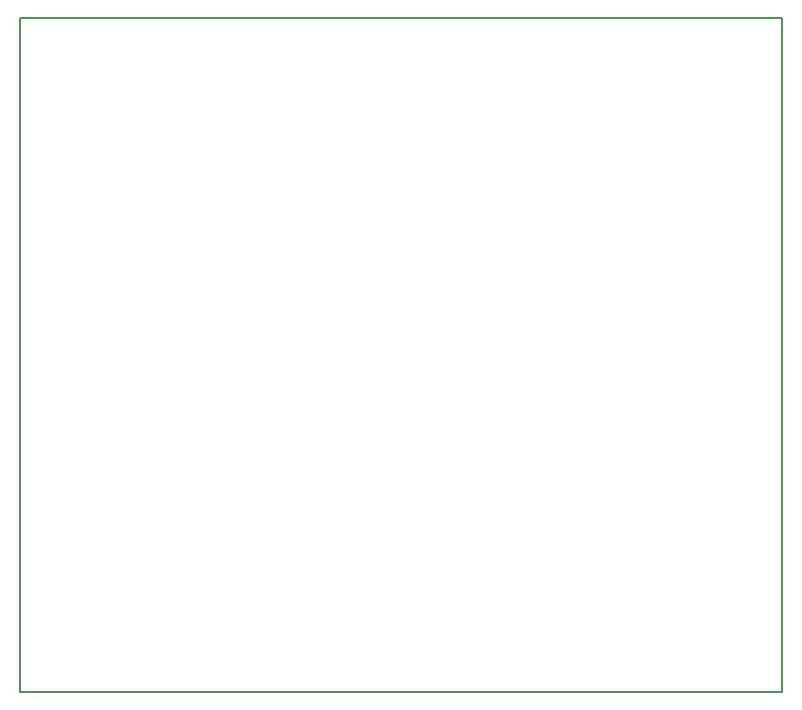
<source format=gm1>
G04 MADE WITH FRITZING*
G04 WWW.FRITZING.ORG*
G04 DOUBLE SIDED*
G04 HOLES PLATED*
G04 CONTOUR ON CENTER OF CONTOUR VECTOR*
%ASAXBY*%
%FSLAX23Y23*%
%MOIN*%
%OFA0B0*%
%SFA1.0B1.0*%
%ADD10R,2.547490X2.254520*%
%ADD11C,0.008000*%
%ADD10C,0.008*%
%LNCONTOUR*%
G90*
G70*
G54D10*
G54D11*
X4Y2251D02*
X2543Y2251D01*
X2543Y4D01*
X4Y4D01*
X4Y2251D01*
D02*
G04 End of contour*
M02*
</source>
